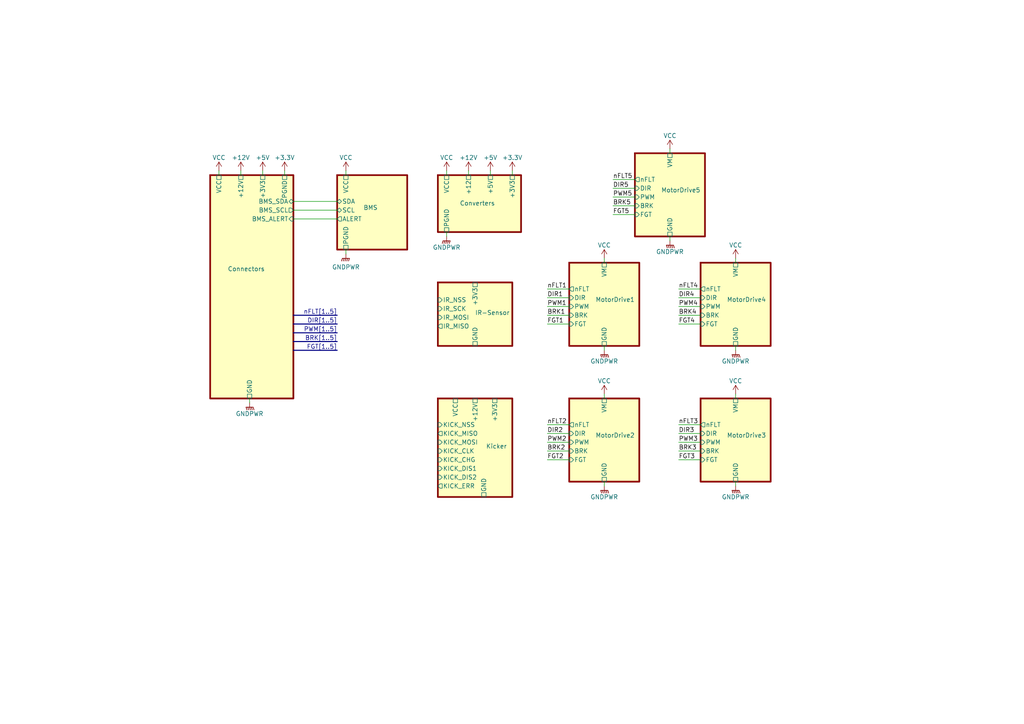
<source format=kicad_sch>
(kicad_sch (version 20230121) (generator eeschema)
  (paper "A4")
  (title_block (title "Powerboard") (date "2024-01-18") (rev "v0.1"))
  (lib_symbols
    (symbol "power:+12V" (power) (pin_names (offset 0))
      (property "Value" "+12V" (at 0 3.556 0))
      (symbol "+12V_0_1"
        (polyline (pts (xy -0.762 1.27) (xy 0 2.54)))
        (polyline (pts (xy 0 0) (xy 0 2.54)))
        (polyline (pts (xy 0 2.54) (xy 0.762 1.27)))
      )
      (symbol "+12V_1_1"
        (pin power_in line (at 0 0 90) (length 0) hide (name "+12V") (number "1"))
      )
    )
    (symbol "power:+3.3V" (power) (pin_names (offset 0))
      (property "Value" "+3.3V" (at 0 3.556 0))
      (symbol "+3.3V_0_1"
        (polyline (pts (xy -0.762 1.27) (xy 0 2.54)))
        (polyline (pts (xy 0 0) (xy 0 2.54)))
        (polyline (pts (xy 0 2.54) (xy 0.762 1.27)))
      )
      (symbol "+3.3V_1_1"
        (pin power_in line (at 0 0 90) (length 0) hide (name "+3.3V") (number "1"))
      )
    )
    (symbol "power:+5V" (power) (pin_names (offset 0))
      (property "Value" "+5V" (at 0 3.556 0))
      (symbol "+5V_0_1"
        (polyline (pts (xy -0.762 1.27) (xy 0 2.54)))
        (polyline (pts (xy 0 0) (xy 0 2.54)))
        (polyline (pts (xy 0 2.54) (xy 0.762 1.27)))
      )
      (symbol "+5V_1_1"
        (pin power_in line (at 0 0 90) (length 0) hide (name "+5V") (number "1"))
      )
    )
    (symbol "power:GNDPWR" (power) (pin_names (offset 0))
      (property "Value" "GNDPWR" (at 0 -3.302 0))
      (symbol "GNDPWR_0_1"
        (polyline (pts (xy 0 -1.27) (xy 0 0)))
        (polyline (pts (xy -1.016 -1.27) (xy -1.27 -2.032) (xy -1.27 -2.032)) (stroke (width 0.2032)))
        (polyline (pts (xy -0.508 -1.27) (xy -0.762 -2.032) (xy -0.762 -2.032)) (stroke (width 0.2032)))
        (polyline (pts (xy 0 -1.27) (xy -0.254 -2.032) (xy -0.254 -2.032)) (stroke (width 0.2032)))
        (polyline (pts (xy 0.508 -1.27) (xy 0.254 -2.032) (xy 0.254 -2.032)) (stroke (width 0.2032)))
        (polyline (pts (xy 1.016 -1.27) (xy -1.016 -1.27) (xy -1.016 -1.27)) (stroke (width 0.2032)))
        (polyline (pts (xy 1.016 -1.27) (xy 0.762 -2.032) (xy 0.762 -2.032) (xy 0.762 -2.032)) (stroke (width 0.2032)))
      )
      (symbol "GNDPWR_1_1"
        (pin power_in line (at 0 0 270) (length 0) hide (name "GNDPWR") (number "1"))
      )
    )
    (symbol "power:VCC" (power) (pin_names (offset 0))
      (property "Value" "VCC" (at 0 3.81 0))
      (symbol "VCC_0_1"
        (polyline (pts (xy -0.762 1.27) (xy 0 2.54)))
        (polyline (pts (xy 0 0) (xy 0 2.54)))
        (polyline (pts (xy 0 2.54) (xy 0.762 1.27)))
      )
      (symbol "VCC_1_1"
        (pin power_in line (at 0 0 90) (length 0) hide (name "VCC") (number "1"))
      )
    )
  )
  (wire (pts (xy 196.85 86.36) (xy 203.2 86.36)))
  (wire (pts (xy 194.31 68.58) (xy 194.31 69.85)))
  (bus (pts (xy 85.09 91.44) (xy 97.79 91.44)))
  (wire (pts (xy 142.24 49.53) (xy 142.24 50.8)))
  (wire (pts (xy 196.85 125.73) (xy 203.2 125.73)))
  (wire (pts (xy 158.75 130.81) (xy 165.1 130.81)))
  (wire (pts (xy 158.75 88.9) (xy 165.1 88.9)))
  (wire (pts (xy 177.8 59.69) (xy 184.15 59.69)))
  (wire (pts (xy 213.36 74.93) (xy 213.36 76.2)))
  (wire (pts (xy 196.85 123.19) (xy 203.2 123.19)))
  (bus (pts (xy 85.09 96.52) (xy 97.79 96.52)))
  (wire (pts (xy 100.33 72.39) (xy 100.33 73.66)))
  (bus (pts (xy 85.09 99.06) (xy 97.79 99.06)))
  (wire (pts (xy 76.2 49.53) (xy 76.2 50.8)))
  (wire (pts (xy 194.31 43.18) (xy 194.31 44.45)))
  (wire (pts (xy 72.39 115.57) (xy 72.39 116.84)))
  (wire (pts (xy 196.85 128.27) (xy 203.2 128.27)))
  (bus (pts (xy 85.09 93.98) (xy 97.79 93.98)))
  (wire (pts (xy 175.26 114.3) (xy 175.26 115.57)))
  (wire (pts (xy 213.36 139.7) (xy 213.36 140.97)))
  (wire (pts (xy 158.75 128.27) (xy 165.1 128.27)))
  (wire (pts (xy 85.09 60.96) (xy 97.79 60.96)))
  (wire (pts (xy 85.09 63.5) (xy 97.79 63.5)))
  (wire (pts (xy 158.75 86.36) (xy 165.1 86.36)))
  (wire (pts (xy 213.36 114.3) (xy 213.36 115.57)))
  (wire (pts (xy 82.55 49.53) (xy 82.55 50.8)))
  (wire (pts (xy 69.85 49.53) (xy 69.85 50.8)))
  (wire (pts (xy 148.59 49.53) (xy 148.59 50.8)))
  (wire (pts (xy 100.33 49.53) (xy 100.33 50.8)))
  (bus (pts (xy 85.09 101.6) (xy 97.79 101.6)))
  (wire (pts (xy 196.85 83.82) (xy 203.2 83.82)))
  (wire (pts (xy 129.54 67.31) (xy 129.54 68.58)))
  (wire (pts (xy 158.75 133.35) (xy 165.1 133.35)))
  (wire (pts (xy 196.85 93.98) (xy 203.2 93.98)))
  (wire (pts (xy 175.26 139.7) (xy 175.26 140.97)))
  (wire (pts (xy 177.8 57.15) (xy 184.15 57.15)))
  (wire (pts (xy 196.85 88.9) (xy 203.2 88.9)))
  (wire (pts (xy 85.09 58.42) (xy 97.79 58.42)))
  (wire (pts (xy 177.8 52.07) (xy 184.15 52.07)))
  (wire (pts (xy 158.75 125.73) (xy 165.1 125.73)))
  (wire (pts (xy 158.75 91.44) (xy 165.1 91.44)))
  (wire (pts (xy 213.36 100.33) (xy 213.36 101.6)))
  (wire (pts (xy 175.26 100.33) (xy 175.26 101.6)))
  (wire (pts (xy 158.75 123.19) (xy 165.1 123.19)))
  (wire (pts (xy 177.8 54.61) (xy 184.15 54.61)))
  (wire (pts (xy 158.75 93.98) (xy 165.1 93.98)))
  (wire (pts (xy 135.89 49.53) (xy 135.89 50.8)))
  (wire (pts (xy 196.85 133.35) (xy 203.2 133.35)))
  (wire (pts (xy 129.54 49.53) (xy 129.54 50.8)))
  (wire (pts (xy 158.75 83.82) (xy 165.1 83.82)))
  (wire (pts (xy 196.85 91.44) (xy 203.2 91.44)))
  (wire (pts (xy 63.5 49.53) (xy 63.5 50.8)))
  (wire (pts (xy 177.8 62.23) (xy 184.15 62.23)))
  (wire (pts (xy 175.26 74.93) (xy 175.26 76.2)))
  (wire (pts (xy 196.85 130.81) (xy 203.2 130.81)))
  (label "PWM5" (at 177.8 57.15 0))
  (label "BRK1" (at 158.75 91.44 0))
  (label "PWM2" (at 158.75 128.27 0))
  (label "nFLT4" (at 196.85 83.82 0))
  (label "DIR1" (at 158.75 86.36 0))
  (label "BRK5" (at 177.8 59.69 0))
  (label "DIR4" (at 196.85 86.36 0))
  (label "nFLT3" (at 196.85 123.19 0))
  (label "nFLT[1..5]" (at 97.79 91.44 180))
  (label "FGT2" (at 158.75 133.35 0))
  (label "BRK3" (at 196.85 130.81 0))
  (label "FGT5" (at 177.8 62.23 0))
  (label "BRK2" (at 158.75 130.81 0))
  (label "PWM[1..5]" (at 97.79 96.52 180))
  (label "FGT3" (at 196.85 133.35 0))
  (label "nFLT2" (at 158.75 123.19 0))
  (label "PWM3" (at 196.85 128.27 0))
  (label "DIR5" (at 177.8 54.61 0))
  (label "FGT1" (at 158.75 93.98 0))
  (label "nFLT1" (at 158.75 83.82 0))
  (label "PWM1" (at 158.75 88.9 0))
  (label "PWM4" (at 196.85 88.9 0))
  (label "DIR3" (at 196.85 125.73 0))
  (label "FGT4" (at 196.85 93.98 0))
  (label "BRK[1..5]" (at 97.79 99.06 180))
  (label "FGT[1..5]" (at 97.79 101.6 180))
  (label "nFLT5" (at 177.8 52.07 0))
  (label "DIR[1..5]" (at 97.79 93.98 180))
  (label "DIR2" (at 158.75 125.73 0))
  (label "BRK4" (at 196.85 91.44 0))
  (symbol (lib_id "power:GNDPWR") (at 213.36 140.97 0) (mirror y) (unit 1)
    (property "Reference" "#PWR013" (effects hide))
    (property "Value" "GNDPWR" (at 213.36 144.145 0))
  )
  (symbol (lib_id "power:+12V") (at 69.85 49.53 0) (unit 1)
    (property "Reference" "#PWR052" (effects hide))
    (property "Value" "+12V" (at 69.85 45.72 0))
  )
  (symbol (lib_id "power:+3.3V") (at 148.59 49.53 0) (unit 1)
    (property "Reference" "#PWR05" (effects hide))
    (property "Value" "+3.3V" (at 148.59 45.72 0))
  )
  (symbol (lib_id "power:GNDPWR") (at 213.36 101.6 0) (mirror y) (unit 1)
    (property "Reference" "#PWR015" (effects hide))
    (property "Value" "GNDPWR" (at 213.36 104.775 0))
  )
  (symbol (lib_id "power:GNDPWR") (at 72.39 116.84 0) (mirror y) (unit 1)
    (property "Reference" "#PWR07" (effects hide))
    (property "Value" "GNDPWR" (at 72.39 120.015 0))
  )
  (symbol (lib_id "power:VCC") (at 175.26 74.93 0) (unit 1)
    (property "Reference" "#PWR06" (effects hide))
    (property "Value" "VCC" (at 175.26 71.12 0))
  )
  (symbol (lib_id "power:VCC") (at 175.26 114.3 0) (unit 1)
    (property "Reference" "#PWR010" (effects hide))
    (property "Value" "VCC" (at 175.26 110.49 0))
  )
  (symbol (lib_id "power:GNDPWR") (at 100.33 73.66 0) (unit 1)
    (property "Reference" "#PWR09" (effects hide))
    (property "Value" "GNDPWR" (at 100.33 77.47 0))
  )
  (symbol (lib_id "power:VCC") (at 194.31 43.18 0) (unit 1)
    (property "Reference" "#PWR016" (effects hide))
    (property "Value" "VCC" (at 194.31 39.37 0))
  )
  (symbol (lib_id "power:VCC") (at 63.5 49.53 0) (unit 1)
    (property "Reference" "#PWR051" (effects hide))
    (property "Value" "VCC" (at 63.5 45.72 0))
  )
  (symbol (lib_id "power:+12V") (at 135.89 49.53 0) (unit 1)
    (property "Reference" "#PWR03" (effects hide))
    (property "Value" "+12V" (at 135.89 45.72 0))
  )
  (symbol (lib_id "power:VCC") (at 129.54 49.53 0) (unit 1)
    (property "Reference" "#PWR02" (effects hide))
    (property "Value" "VCC" (at 129.54 45.72 0))
  )
  (symbol (lib_id "power:VCC") (at 213.36 74.93 0) (unit 1)
    (property "Reference" "#PWR014" (effects hide))
    (property "Value" "VCC" (at 213.36 71.12 0))
  )
  (symbol (lib_id "power:+5V") (at 76.2 49.53 0) (unit 1)
    (property "Reference" "#PWR053" (effects hide))
    (property "Value" "+5V" (at 76.2 45.72 0))
  )
  (symbol (lib_id "power:VCC") (at 213.36 114.3 0) (unit 1)
    (property "Reference" "#PWR012" (effects hide))
    (property "Value" "VCC" (at 213.36 110.49 0))
  )
  (symbol (lib_id "power:GNDPWR") (at 129.54 68.58 0) (unit 1)
    (property "Reference" "#PWR08" (effects hide))
    (property "Value" "GNDPWR" (at 129.54 71.755 0))
  )
  (symbol (lib_id "power:GNDPWR") (at 194.31 69.85 0) (mirror y) (unit 1)
    (property "Reference" "#PWR018" (effects hide))
    (property "Value" "GNDPWR" (at 194.31 73.025 0))
  )
  (symbol (lib_id "power:GNDPWR") (at 175.26 101.6 0) (mirror y) (unit 1)
    (property "Reference" "#PWR017" (effects hide))
    (property "Value" "GNDPWR" (at 175.26 104.775 0))
  )
  (symbol (lib_id "power:VCC") (at 100.33 49.53 0) (unit 1)
    (property "Reference" "#PWR01" (effects hide))
    (property "Value" "VCC" (at 100.33 45.72 0))
  )
  (symbol (lib_id "power:+5V") (at 142.24 49.53 0) (unit 1)
    (property "Reference" "#PWR04" (effects hide))
    (property "Value" "+5V" (at 142.24 45.72 0))
  )
  (symbol (lib_id "power:GNDPWR") (at 175.26 140.97 0) (mirror y) (unit 1)
    (property "Reference" "#PWR011" (effects hide))
    (property "Value" "GNDPWR" (at 175.26 144.145 0))
  )
  (symbol (lib_id "power:+3.3V") (at 82.55 49.53 0) (unit 1)
    (property "Reference" "#PWR054" (effects hide))
    (property "Value" "+3.3V" (at 82.55 45.72 0))
  )
  (sheet (at 184.15 44.45) (size 20.32 24.13) (stroke (width 0.5) (color 132 0 0 1)) (fill (color 255 255 194 1.0000))
    (property "Sheetname" "MotorDrive5" (at 191.77 55.88 0) (effects (justify left bottom)))
    (property "Sheetfile" "MotorConn.kicad_sch" (effects hide))
    (pin "BRK" input (at 184.15 59.69 180))
    (pin "FGT" input (at 184.15 62.23 180))
    (pin "nFLT" output (at 184.15 52.07 180))
    (pin "DIR" input (at 184.15 54.61 180))
    (pin "PWM" input (at 184.15 57.15 180))
    (pin "GND" passive (at 194.31 68.58 270))
    (pin "VM" passive (at 194.31 44.45 90))
  )
  (sheet (at 127 81.915) (size 21.59 18.415) (stroke (width 0.5) (color 132 0 0 1)) (fill (color 255 255 194 1.0000))
    (property "Sheetname" "IR-Sensor" (at 137.795 91.44 0) (effects (justify left bottom)))
    (property "Sheetfile" "IR-sensor.kicad_sch" (effects hide))
    (pin "+3V3" passive (at 137.795 81.915 90))
    (pin "GND" passive (at 137.795 100.33 270))
    (pin "IR_NSS" input (at 127 86.995 180))
    (pin "IR_SCK" input (at 127 89.535 180))
    (pin "IR_MOSI" input (at 127 92.075 180))
    (pin "IR_MISO" output (at 127 94.615 180))
  )
  (sheet (at 97.79 50.8) (size 20.32 21.59) (stroke (width 0.5) (color 132 0 0 1)) (fill (color 255 255 194 1.0000))
    (property "Sheetname" "BMS" (at 105.41 60.96 0) (effects (justify left bottom)))
    (property "Sheetfile" "BMS.kicad_sch" (effects hide))
    (pin "VCC" passive (at 100.33 50.8 90))
    (pin "PGND" passive (at 100.33 72.39 270))
    (pin "SCL" bidirectional (at 97.79 60.96 180))
    (pin "SDA" bidirectional (at 97.79 58.42 180))
    (pin "ALERT" output (at 97.79 63.5 180))
  )
  (sheet (at 165.1 115.57) (size 20.32 24.13) (stroke (width 0.5) (color 132 0 0 1)) (fill (color 255 255 194 1.0000))
    (property "Sheetname" "MotorDrive2" (at 172.72 127 0) (effects (justify left bottom)))
    (property "Sheetfile" "MotorConn.kicad_sch" (effects hide))
    (pin "BRK" input (at 165.1 130.81 180))
    (pin "FGT" input (at 165.1 133.35 180))
    (pin "nFLT" output (at 165.1 123.19 180))
    (pin "DIR" input (at 165.1 125.73 180))
    (pin "PWM" input (at 165.1 128.27 180))
    (pin "GND" passive (at 175.26 139.7 270))
    (pin "VM" passive (at 175.26 115.57 90))
  )
  (sheet (at 60.96 50.8) (size 24.13 64.77) (stroke (width 0.5) (color 132 0 0 1)) (fill (color 255 255 194 1.0000))
    (property "Sheetname" "Connectors" (at 66.04 78.74 0) (effects (justify left bottom)))
    (property "Sheetfile" "Connectors.kicad_sch" (effects hide))
    (pin "BMS_SDA" bidirectional (at 85.09 58.42 0))
    (pin "BMS_SCL" output (at 85.09 60.96 0))
    (pin "VCC" passive (at 63.5 50.8 90))
    (pin "+12V" passive (at 69.85 50.8 90))
    (pin "+3V3" passive (at 76.2 50.8 90))
    (pin "PGND" passive (at 82.55 50.8 90))
    (pin "BMS_ALERT" input (at 85.09 63.5 0))
    (pin "GND" passive (at 72.39 115.57 270))
  )
  (sheet (at 127 115.57) (size 21.59 28.575) (stroke (width 0.5) (color 132 0 0 1)) (fill (color 255 255 194 1.0000))
    (property "Sheetname" "Kicker" (at 140.97 130.175 0) (effects (justify left bottom)))
    (property "Sheetfile" "kicker.kicad_sch" (effects hide))
    (pin "KICK_MOSI" input (at 127 128.27 180))
    (pin "KICK_CHG" input (at 127 133.35 180))
    (pin "KICK_ERR" output (at 127 140.97 180))
    (pin "+3V3" passive (at 143.51 115.57 90))
    (pin "KICK_CLK" input (at 127 130.81 180))
    (pin "KICK_MISO" output (at 127 125.73 180))
    (pin "KICK_DIS1" input (at 127 135.89 180))
    (pin "KICK_DIS2" input (at 127 138.43 180))
    (pin "KICK_NSS" input (at 127 123.19 180))
    (pin "+12V" passive (at 137.795 115.57 90))
    (pin "GND" passive (at 140.335 144.145 270))
    (pin "VCC" passive (at 132.08 115.57 90))
  )
  (sheet (at 203.2 115.57) (size 20.32 24.13) (stroke (width 0.5) (color 132 0 0 1)) (fill (color 255 255 194 1.0000))
    (property "Sheetname" "MotorDrive3" (at 210.82 127 0) (effects (justify left bottom)))
    (property "Sheetfile" "MotorConn.kicad_sch" (effects hide))
    (pin "BRK" input (at 203.2 130.81 180))
    (pin "FGT" input (at 203.2 133.35 180))
    (pin "nFLT" output (at 203.2 123.19 180))
    (pin "DIR" input (at 203.2 125.73 180))
    (pin "PWM" input (at 203.2 128.27 180))
    (pin "GND" passive (at 213.36 139.7 270))
    (pin "VM" passive (at 213.36 115.57 90))
  )
  (sheet (at 127 50.8) (size 24.13 16.51) (stroke (width 0.5) (color 132 0 0 1)) (fill (color 255 255 194 1.0000))
    (property "Sheetname" "Converters" (at 133.35 59.69 0) (effects (justify left bottom)))
    (property "Sheetfile" "Converters.kicad_sch" (effects hide))
    (pin "+12" passive (at 135.89 50.8 90))
    (pin "PGND" passive (at 129.54 67.31 270))
    (pin "VCC" passive (at 129.54 50.8 90))
    (pin "+5V" passive (at 142.24 50.8 90))
    (pin "+3V3" passive (at 148.59 50.8 90))
  )
  (sheet (at 165.1 76.2) (size 20.32 24.13) (stroke (width 0.5) (color 132 0 0 1)) (fill (color 255 255 194 1.0000))
    (property "Sheetname" "MotorDrive1" (at 172.72 87.63 0) (effects (justify left bottom)))
    (property "Sheetfile" "MotorConn.kicad_sch" (effects hide))
    (pin "BRK" input (at 165.1 91.44 180))
    (pin "FGT" input (at 165.1 93.98 180))
    (pin "nFLT" output (at 165.1 83.82 180))
    (pin "DIR" input (at 165.1 86.36 180))
    (pin "PWM" input (at 165.1 88.9 180))
    (pin "GND" passive (at 175.26 100.33 270))
    (pin "VM" passive (at 175.26 76.2 90))
  )
  (sheet (at 203.2 76.2) (size 20.32 24.13) (stroke (width 0.5) (color 132 0 0 1)) (fill (color 255 255 194 1.0000))
    (property "Sheetname" "MotorDrive4" (at 210.82 87.63 0) (effects (justify left bottom)))
    (property "Sheetfile" "MotorConn.kicad_sch" (effects hide))
    (pin "BRK" input (at 203.2 91.44 180))
    (pin "FGT" input (at 203.2 93.98 180))
    (pin "nFLT" output (at 203.2 83.82 180))
    (pin "DIR" input (at 203.2 86.36 180))
    (pin "PWM" input (at 203.2 88.9 180))
    (pin "GND" passive (at 213.36 100.33 270))
    (pin "VM" passive (at 213.36 76.2 90))
  )
)
</source>
